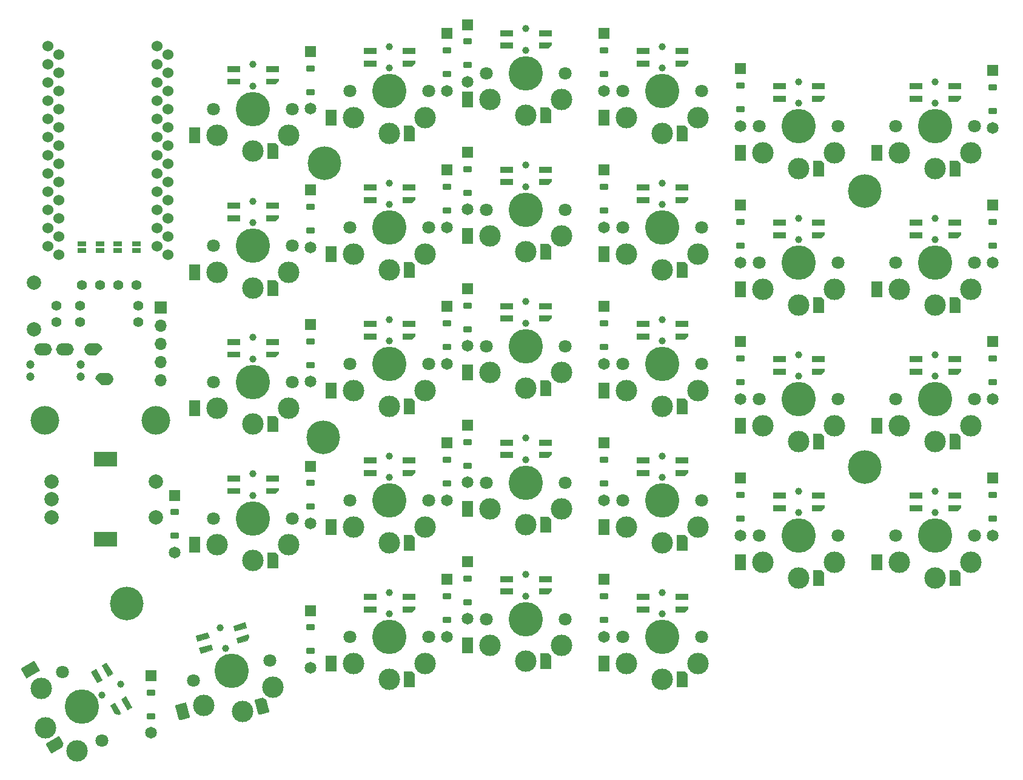
<source format=gbs>
G04 #@! TF.GenerationSoftware,KiCad,Pcbnew,(7.0.0-0)*
G04 #@! TF.CreationDate,2023-03-20T18:34:57-07:00*
G04 #@! TF.ProjectId,SofleKeyboard,536f666c-654b-4657-9962-6f6172642e6b,rev?*
G04 #@! TF.SameCoordinates,Original*
G04 #@! TF.FileFunction,Soldermask,Bot*
G04 #@! TF.FilePolarity,Negative*
%FSLAX46Y46*%
G04 Gerber Fmt 4.6, Leading zero omitted, Abs format (unit mm)*
G04 Created by KiCad (PCBNEW (7.0.0-0)) date 2023-03-20 18:34:57*
%MOMM*%
%LPD*%
G01*
G04 APERTURE LIST*
G04 Aperture macros list*
%AMRoundRect*
0 Rectangle with rounded corners*
0 $1 Rounding radius*
0 $2 $3 $4 $5 $6 $7 $8 $9 X,Y pos of 4 corners*
0 Add a 4 corners polygon primitive as box body*
4,1,4,$2,$3,$4,$5,$6,$7,$8,$9,$2,$3,0*
0 Add four circle primitives for the rounded corners*
1,1,$1+$1,$2,$3*
1,1,$1+$1,$4,$5*
1,1,$1+$1,$6,$7*
1,1,$1+$1,$8,$9*
0 Add four rect primitives between the rounded corners*
20,1,$1+$1,$2,$3,$4,$5,0*
20,1,$1+$1,$4,$5,$6,$7,0*
20,1,$1+$1,$6,$7,$8,$9,0*
20,1,$1+$1,$8,$9,$2,$3,0*%
%AMFreePoly0*
4,1,28,-0.850000,0.400000,-0.842219,0.514750,-0.797860,0.693119,-0.716195,0.857783,-0.601041,1.001041,-0.457783,1.116195,-0.293119,1.197860,-0.114750,1.242219,0.000000,1.250000,0.114750,1.242219,0.293119,1.197860,0.457783,1.116195,0.601041,1.001041,0.716195,0.857783,0.797860,0.693119,0.842219,0.514750,0.850000,0.400000,0.850000,-0.400000,0.842219,-0.514750,0.797860,-0.693119,
0.716195,-0.857783,0.601041,-1.001041,0.457783,-1.116195,0.293119,-1.197860,0.114750,-1.242219,0.000000,-1.250000,-0.850000,-0.400000,-0.850000,0.400000,-0.850000,0.400000,$1*%
%AMFreePoly1*
4,1,28,-0.850000,0.400000,0.000000,1.250000,0.114750,1.242219,0.293119,1.197860,0.457783,1.116195,0.601041,1.001041,0.716195,0.857783,0.797860,0.693119,0.842219,0.514750,0.850000,0.400000,0.850000,-0.400000,0.842219,-0.514750,0.797860,-0.693119,0.716195,-0.857783,0.601041,-1.001041,0.457783,-1.116195,0.293119,-1.197860,0.114750,-1.242219,0.000000,-1.250000,-0.114750,-1.242219,
-0.293119,-1.197860,-0.457783,-1.116195,-0.601041,-1.001041,-0.716195,-0.857783,-0.797860,-0.693119,-0.842219,-0.514750,-0.850000,-0.400000,-0.850000,0.400000,-0.850000,0.400000,$1*%
%AMFreePoly2*
4,1,18,-0.800000,0.908000,-0.785385,0.981475,-0.743765,1.043765,-0.681475,1.085385,-0.608000,1.100000,0.608000,1.100000,0.681475,1.085385,0.743765,1.043765,0.785385,0.981475,0.800000,0.908000,0.800000,-0.908000,0.785385,-0.981475,0.743765,-1.043765,0.681475,-1.085385,0.608000,-1.100000,-0.400000,-1.100000,-0.800000,-0.700000,-0.800000,0.908000,-0.800000,0.908000,$1*%
%AMFreePoly3*
4,1,13,-0.800000,1.100000,0.608000,1.100000,0.681475,1.085385,0.743765,1.043765,0.785385,0.981475,0.800000,0.908000,0.800000,-0.908000,0.785385,-0.981475,0.743765,-1.043765,0.681475,-1.085385,0.608000,-1.100000,-0.800000,-1.100000,-0.800000,1.100000,-0.800000,1.100000,$1*%
G04 Aperture macros list end*
%ADD10C,0.100000*%
%ADD11C,1.397000*%
%ADD12C,1.200000*%
%ADD13FreePoly0,90.000000*%
%ADD14O,2.500000X1.700000*%
%ADD15FreePoly1,90.000000*%
%ADD16C,4.700000*%
%ADD17C,1.524000*%
%ADD18C,2.000000*%
%ADD19R,1.650000X1.650000*%
%ADD20RoundRect,0.225000X-0.375000X0.225000X-0.375000X-0.225000X0.375000X-0.225000X0.375000X0.225000X0*%
%ADD21C,1.650000*%
%ADD22C,1.800000*%
%ADD23C,3.000000*%
%ADD24C,4.800000*%
%ADD25C,1.000000*%
%ADD26FreePoly2,180.000000*%
%ADD27FreePoly3,180.000000*%
%ADD28FreePoly2,120.000000*%
%ADD29FreePoly3,120.000000*%
%ADD30C,4.000000*%
%ADD31R,3.200000X2.000000*%
%ADD32FreePoly2,195.000000*%
%ADD33FreePoly3,195.000000*%
%ADD34R,1.700000X1.700000*%
%ADD35O,1.700000X1.700000*%
%ADD36R,1.143000X0.635000*%
G04 APERTURE END LIST*
G36*
X124100000Y-44760000D02*
G01*
X122400000Y-44760000D01*
X122400000Y-44010000D01*
X124100000Y-44010000D01*
X124100000Y-44760000D01*
G37*
D10*
X124100000Y-44760000D02*
X122400000Y-44760000D01*
X122400000Y-44010000D01*
X124100000Y-44010000D01*
X124100000Y-44760000D01*
G36*
X118700000Y-46510000D02*
G01*
X117000000Y-46510000D01*
X117000000Y-45760000D01*
X118700000Y-45760000D01*
X118700000Y-46510000D01*
G37*
X118700000Y-46510000D02*
X117000000Y-46510000D01*
X117000000Y-45760000D01*
X118700000Y-45760000D01*
X118700000Y-46510000D01*
G36*
X118700000Y-44760000D02*
G01*
X117000000Y-44760000D01*
X117000000Y-44010000D01*
X118700000Y-44010000D01*
X118700000Y-44760000D01*
G37*
X118700000Y-44760000D02*
X117000000Y-44760000D01*
X117000000Y-44010000D01*
X118700000Y-44010000D01*
X118700000Y-44760000D01*
G36*
X124100000Y-46077500D02*
G01*
X123692941Y-46510000D01*
X122400000Y-46510000D01*
X122400000Y-45760000D01*
X124100000Y-45760000D01*
X124100000Y-46077500D01*
G37*
X124100000Y-46077500D02*
X123692941Y-46510000D01*
X122400000Y-46510000D01*
X122400000Y-45760000D01*
X124100000Y-45760000D01*
X124100000Y-46077500D01*
G36*
X162200000Y-39760000D02*
G01*
X160500000Y-39760000D01*
X160500000Y-39010000D01*
X162200000Y-39010000D01*
X162200000Y-39760000D01*
G37*
X162200000Y-39760000D02*
X160500000Y-39760000D01*
X160500000Y-39010000D01*
X162200000Y-39010000D01*
X162200000Y-39760000D01*
G36*
X156800000Y-41510000D02*
G01*
X155100000Y-41510000D01*
X155100000Y-40760000D01*
X156800000Y-40760000D01*
X156800000Y-41510000D01*
G37*
X156800000Y-41510000D02*
X155100000Y-41510000D01*
X155100000Y-40760000D01*
X156800000Y-40760000D01*
X156800000Y-41510000D01*
G36*
X156800000Y-39760000D02*
G01*
X155100000Y-39760000D01*
X155100000Y-39010000D01*
X156800000Y-39010000D01*
X156800000Y-39760000D01*
G37*
X156800000Y-39760000D02*
X155100000Y-39760000D01*
X155100000Y-39010000D01*
X156800000Y-39010000D01*
X156800000Y-39760000D01*
G36*
X162200000Y-41077500D02*
G01*
X161792941Y-41510000D01*
X160500000Y-41510000D01*
X160500000Y-40760000D01*
X162200000Y-40760000D01*
X162200000Y-41077500D01*
G37*
X162200000Y-41077500D02*
X161792941Y-41510000D01*
X160500000Y-41510000D01*
X160500000Y-40760000D01*
X162200000Y-40760000D01*
X162200000Y-41077500D01*
G36*
X124100000Y-82860000D02*
G01*
X122400000Y-82860000D01*
X122400000Y-82110000D01*
X124100000Y-82110000D01*
X124100000Y-82860000D01*
G37*
X124100000Y-82860000D02*
X122400000Y-82860000D01*
X122400000Y-82110000D01*
X124100000Y-82110000D01*
X124100000Y-82860000D01*
G36*
X118700000Y-84610000D02*
G01*
X117000000Y-84610000D01*
X117000000Y-83860000D01*
X118700000Y-83860000D01*
X118700000Y-84610000D01*
G37*
X118700000Y-84610000D02*
X117000000Y-84610000D01*
X117000000Y-83860000D01*
X118700000Y-83860000D01*
X118700000Y-84610000D01*
G36*
X118700000Y-82860000D02*
G01*
X117000000Y-82860000D01*
X117000000Y-82110000D01*
X118700000Y-82110000D01*
X118700000Y-82860000D01*
G37*
X118700000Y-82860000D02*
X117000000Y-82860000D01*
X117000000Y-82110000D01*
X118700000Y-82110000D01*
X118700000Y-82860000D01*
G36*
X124100000Y-84177500D02*
G01*
X123692941Y-84610000D01*
X122400000Y-84610000D01*
X122400000Y-83860000D01*
X124100000Y-83860000D01*
X124100000Y-84177500D01*
G37*
X124100000Y-84177500D02*
X123692941Y-84610000D01*
X122400000Y-84610000D01*
X122400000Y-83860000D01*
X124100000Y-83860000D01*
X124100000Y-84177500D01*
G36*
X143150000Y-80360000D02*
G01*
X141450000Y-80360000D01*
X141450000Y-79610000D01*
X143150000Y-79610000D01*
X143150000Y-80360000D01*
G37*
X143150000Y-80360000D02*
X141450000Y-80360000D01*
X141450000Y-79610000D01*
X143150000Y-79610000D01*
X143150000Y-80360000D01*
G36*
X137750000Y-82110000D02*
G01*
X136050000Y-82110000D01*
X136050000Y-81360000D01*
X137750000Y-81360000D01*
X137750000Y-82110000D01*
G37*
X137750000Y-82110000D02*
X136050000Y-82110000D01*
X136050000Y-81360000D01*
X137750000Y-81360000D01*
X137750000Y-82110000D01*
G36*
X137750000Y-80360000D02*
G01*
X136050000Y-80360000D01*
X136050000Y-79610000D01*
X137750000Y-79610000D01*
X137750000Y-80360000D01*
G37*
X137750000Y-80360000D02*
X136050000Y-80360000D01*
X136050000Y-79610000D01*
X137750000Y-79610000D01*
X137750000Y-80360000D01*
G36*
X143150000Y-81677500D02*
G01*
X142742941Y-82110000D01*
X141450000Y-82110000D01*
X141450000Y-81360000D01*
X143150000Y-81360000D01*
X143150000Y-81677500D01*
G37*
X143150000Y-81677500D02*
X142742941Y-82110000D01*
X141450000Y-82110000D01*
X141450000Y-81360000D01*
X143150000Y-81360000D01*
X143150000Y-81677500D01*
G36*
X162200000Y-96910000D02*
G01*
X160500000Y-96910000D01*
X160500000Y-96160000D01*
X162200000Y-96160000D01*
X162200000Y-96910000D01*
G37*
X162200000Y-96910000D02*
X160500000Y-96910000D01*
X160500000Y-96160000D01*
X162200000Y-96160000D01*
X162200000Y-96910000D01*
G36*
X156800000Y-98660000D02*
G01*
X155100000Y-98660000D01*
X155100000Y-97910000D01*
X156800000Y-97910000D01*
X156800000Y-98660000D01*
G37*
X156800000Y-98660000D02*
X155100000Y-98660000D01*
X155100000Y-97910000D01*
X156800000Y-97910000D01*
X156800000Y-98660000D01*
G36*
X156800000Y-96910000D02*
G01*
X155100000Y-96910000D01*
X155100000Y-96160000D01*
X156800000Y-96160000D01*
X156800000Y-96910000D01*
G37*
X156800000Y-96910000D02*
X155100000Y-96910000D01*
X155100000Y-96160000D01*
X156800000Y-96160000D01*
X156800000Y-96910000D01*
G36*
X162200000Y-98227500D02*
G01*
X161792941Y-98660000D01*
X160500000Y-98660000D01*
X160500000Y-97910000D01*
X162200000Y-97910000D01*
X162200000Y-98227500D01*
G37*
X162200000Y-98227500D02*
X161792941Y-98660000D01*
X160500000Y-98660000D01*
X160500000Y-97910000D01*
X162200000Y-97910000D01*
X162200000Y-98227500D01*
G36*
X200300000Y-104310000D02*
G01*
X198600000Y-104310000D01*
X198600000Y-103560000D01*
X200300000Y-103560000D01*
X200300000Y-104310000D01*
G37*
X200300000Y-104310000D02*
X198600000Y-104310000D01*
X198600000Y-103560000D01*
X200300000Y-103560000D01*
X200300000Y-104310000D01*
G36*
X194900000Y-106060000D02*
G01*
X193200000Y-106060000D01*
X193200000Y-105310000D01*
X194900000Y-105310000D01*
X194900000Y-106060000D01*
G37*
X194900000Y-106060000D02*
X193200000Y-106060000D01*
X193200000Y-105310000D01*
X194900000Y-105310000D01*
X194900000Y-106060000D01*
G36*
X194900000Y-104310000D02*
G01*
X193200000Y-104310000D01*
X193200000Y-103560000D01*
X194900000Y-103560000D01*
X194900000Y-104310000D01*
G37*
X194900000Y-104310000D02*
X193200000Y-104310000D01*
X193200000Y-103560000D01*
X194900000Y-103560000D01*
X194900000Y-104310000D01*
G36*
X200300000Y-105627500D02*
G01*
X199892941Y-106060000D01*
X198600000Y-106060000D01*
X198600000Y-105310000D01*
X200300000Y-105310000D01*
X200300000Y-105627500D01*
G37*
X200300000Y-105627500D02*
X199892941Y-106060000D01*
X198600000Y-106060000D01*
X198600000Y-105310000D01*
X200300000Y-105310000D01*
X200300000Y-105627500D01*
G36*
X103672492Y-133479390D02*
G01*
X103022973Y-133854390D01*
X102172973Y-132382147D01*
X102822492Y-132007147D01*
X103672492Y-133479390D01*
G37*
X103672492Y-133479390D02*
X103022973Y-133854390D01*
X102172973Y-132382147D01*
X102822492Y-132007147D01*
X103672492Y-133479390D01*
G36*
X99456948Y-129677853D02*
G01*
X98807429Y-130052853D01*
X97957429Y-128580610D01*
X98606948Y-128205610D01*
X99456948Y-129677853D01*
G37*
X99456948Y-129677853D02*
X98807429Y-130052853D01*
X97957429Y-128580610D01*
X98606948Y-128205610D01*
X99456948Y-129677853D01*
G36*
X100972492Y-128802853D02*
G01*
X100322973Y-129177853D01*
X99472973Y-127705610D01*
X100122492Y-127330610D01*
X100972492Y-128802853D01*
G37*
X100972492Y-128802853D02*
X100322973Y-129177853D01*
X99472973Y-127705610D01*
X100122492Y-127330610D01*
X100972492Y-128802853D01*
G36*
X102156948Y-134354390D02*
G01*
X101881985Y-134513140D01*
X101303899Y-134376867D01*
X100657429Y-133257147D01*
X101306948Y-132882147D01*
X102156948Y-134354390D01*
G37*
X102156948Y-134354390D02*
X101881985Y-134513140D01*
X101303899Y-134376867D01*
X100657429Y-133257147D01*
X101306948Y-132882147D01*
X102156948Y-134354390D01*
G36*
X119672825Y-122419741D02*
G01*
X118030751Y-122859733D01*
X117836637Y-122135289D01*
X119478711Y-121695297D01*
X119672825Y-122419741D01*
G37*
X119672825Y-122419741D02*
X118030751Y-122859733D01*
X117836637Y-122135289D01*
X119478711Y-121695297D01*
X119672825Y-122419741D01*
G36*
X114909759Y-125507734D02*
G01*
X113267685Y-125947726D01*
X113073571Y-125223282D01*
X114715644Y-124783290D01*
X114909759Y-125507734D01*
G37*
X114909759Y-125507734D02*
X113267685Y-125947726D01*
X113073571Y-125223282D01*
X114715644Y-124783290D01*
X114909759Y-125507734D01*
G36*
X114456825Y-123817364D02*
G01*
X112814752Y-124257356D01*
X112620637Y-123532912D01*
X114262711Y-123092920D01*
X114456825Y-123817364D01*
G37*
X114456825Y-123817364D02*
X112814752Y-124257356D01*
X112620637Y-123532912D01*
X114262711Y-123092920D01*
X114456825Y-123817364D01*
G36*
X120013819Y-123692348D02*
G01*
X119732569Y-124215466D01*
X118483684Y-124550104D01*
X118289570Y-123825659D01*
X119931644Y-123385667D01*
X120013819Y-123692348D01*
G37*
X120013819Y-123692348D02*
X119732569Y-124215466D01*
X118483684Y-124550104D01*
X118289570Y-123825659D01*
X119931644Y-123385667D01*
X120013819Y-123692348D01*
G36*
X219350000Y-66210000D02*
G01*
X217650000Y-66210000D01*
X217650000Y-65460000D01*
X219350000Y-65460000D01*
X219350000Y-66210000D01*
G37*
X219350000Y-66210000D02*
X217650000Y-66210000D01*
X217650000Y-65460000D01*
X219350000Y-65460000D01*
X219350000Y-66210000D01*
G36*
X213950000Y-67960000D02*
G01*
X212250000Y-67960000D01*
X212250000Y-67210000D01*
X213950000Y-67210000D01*
X213950000Y-67960000D01*
G37*
X213950000Y-67960000D02*
X212250000Y-67960000D01*
X212250000Y-67210000D01*
X213950000Y-67210000D01*
X213950000Y-67960000D01*
G36*
X213950000Y-66210000D02*
G01*
X212250000Y-66210000D01*
X212250000Y-65460000D01*
X213950000Y-65460000D01*
X213950000Y-66210000D01*
G37*
X213950000Y-66210000D02*
X212250000Y-66210000D01*
X212250000Y-65460000D01*
X213950000Y-65460000D01*
X213950000Y-66210000D01*
G36*
X219350000Y-67527500D02*
G01*
X218942941Y-67960000D01*
X217650000Y-67960000D01*
X217650000Y-67210000D01*
X219350000Y-67210000D01*
X219350000Y-67527500D01*
G37*
X219350000Y-67527500D02*
X218942941Y-67960000D01*
X217650000Y-67960000D01*
X217650000Y-67210000D01*
X219350000Y-67210000D01*
X219350000Y-67527500D01*
G36*
X219350000Y-85260000D02*
G01*
X217650000Y-85260000D01*
X217650000Y-84510000D01*
X219350000Y-84510000D01*
X219350000Y-85260000D01*
G37*
X219350000Y-85260000D02*
X217650000Y-85260000D01*
X217650000Y-84510000D01*
X219350000Y-84510000D01*
X219350000Y-85260000D01*
G36*
X213950000Y-87010000D02*
G01*
X212250000Y-87010000D01*
X212250000Y-86260000D01*
X213950000Y-86260000D01*
X213950000Y-87010000D01*
G37*
X213950000Y-87010000D02*
X212250000Y-87010000D01*
X212250000Y-86260000D01*
X213950000Y-86260000D01*
X213950000Y-87010000D01*
G36*
X213950000Y-85260000D02*
G01*
X212250000Y-85260000D01*
X212250000Y-84510000D01*
X213950000Y-84510000D01*
X213950000Y-85260000D01*
G37*
X213950000Y-85260000D02*
X212250000Y-85260000D01*
X212250000Y-84510000D01*
X213950000Y-84510000D01*
X213950000Y-85260000D01*
G36*
X219350000Y-86577500D02*
G01*
X218942941Y-87010000D01*
X217650000Y-87010000D01*
X217650000Y-86260000D01*
X219350000Y-86260000D01*
X219350000Y-86577500D01*
G37*
X219350000Y-86577500D02*
X218942941Y-87010000D01*
X217650000Y-87010000D01*
X217650000Y-86260000D01*
X219350000Y-86260000D01*
X219350000Y-86577500D01*
G36*
X219350000Y-104310000D02*
G01*
X217650000Y-104310000D01*
X217650000Y-103560000D01*
X219350000Y-103560000D01*
X219350000Y-104310000D01*
G37*
X219350000Y-104310000D02*
X217650000Y-104310000D01*
X217650000Y-103560000D01*
X219350000Y-103560000D01*
X219350000Y-104310000D01*
G36*
X213950000Y-106060000D02*
G01*
X212250000Y-106060000D01*
X212250000Y-105310000D01*
X213950000Y-105310000D01*
X213950000Y-106060000D01*
G37*
X213950000Y-106060000D02*
X212250000Y-106060000D01*
X212250000Y-105310000D01*
X213950000Y-105310000D01*
X213950000Y-106060000D01*
G36*
X213950000Y-104310000D02*
G01*
X212250000Y-104310000D01*
X212250000Y-103560000D01*
X213950000Y-103560000D01*
X213950000Y-104310000D01*
G37*
X213950000Y-104310000D02*
X212250000Y-104310000D01*
X212250000Y-103560000D01*
X213950000Y-103560000D01*
X213950000Y-104310000D01*
G36*
X219350000Y-105627500D02*
G01*
X218942941Y-106060000D01*
X217650000Y-106060000D01*
X217650000Y-105310000D01*
X219350000Y-105310000D01*
X219350000Y-105627500D01*
G37*
X219350000Y-105627500D02*
X218942941Y-106060000D01*
X217650000Y-106060000D01*
X217650000Y-105310000D01*
X219350000Y-105310000D01*
X219350000Y-105627500D01*
G36*
X181250000Y-42260000D02*
G01*
X179550000Y-42260000D01*
X179550000Y-41510000D01*
X181250000Y-41510000D01*
X181250000Y-42260000D01*
G37*
X181250000Y-42260000D02*
X179550000Y-42260000D01*
X179550000Y-41510000D01*
X181250000Y-41510000D01*
X181250000Y-42260000D01*
G36*
X175850000Y-44010000D02*
G01*
X174150000Y-44010000D01*
X174150000Y-43260000D01*
X175850000Y-43260000D01*
X175850000Y-44010000D01*
G37*
X175850000Y-44010000D02*
X174150000Y-44010000D01*
X174150000Y-43260000D01*
X175850000Y-43260000D01*
X175850000Y-44010000D01*
G36*
X175850000Y-42260000D02*
G01*
X174150000Y-42260000D01*
X174150000Y-41510000D01*
X175850000Y-41510000D01*
X175850000Y-42260000D01*
G37*
X175850000Y-42260000D02*
X174150000Y-42260000D01*
X174150000Y-41510000D01*
X175850000Y-41510000D01*
X175850000Y-42260000D01*
G36*
X181250000Y-43577500D02*
G01*
X180842941Y-44010000D01*
X179550000Y-44010000D01*
X179550000Y-43260000D01*
X181250000Y-43260000D01*
X181250000Y-43577500D01*
G37*
X181250000Y-43577500D02*
X180842941Y-44010000D01*
X179550000Y-44010000D01*
X179550000Y-43260000D01*
X181250000Y-43260000D01*
X181250000Y-43577500D01*
G36*
X200300000Y-47160000D02*
G01*
X198600000Y-47160000D01*
X198600000Y-46410000D01*
X200300000Y-46410000D01*
X200300000Y-47160000D01*
G37*
X200300000Y-47160000D02*
X198600000Y-47160000D01*
X198600000Y-46410000D01*
X200300000Y-46410000D01*
X200300000Y-47160000D01*
G36*
X194900000Y-48910000D02*
G01*
X193200000Y-48910000D01*
X193200000Y-48160000D01*
X194900000Y-48160000D01*
X194900000Y-48910000D01*
G37*
X194900000Y-48910000D02*
X193200000Y-48910000D01*
X193200000Y-48160000D01*
X194900000Y-48160000D01*
X194900000Y-48910000D01*
G36*
X194900000Y-47160000D02*
G01*
X193200000Y-47160000D01*
X193200000Y-46410000D01*
X194900000Y-46410000D01*
X194900000Y-47160000D01*
G37*
X194900000Y-47160000D02*
X193200000Y-47160000D01*
X193200000Y-46410000D01*
X194900000Y-46410000D01*
X194900000Y-47160000D01*
G36*
X200300000Y-48477500D02*
G01*
X199892941Y-48910000D01*
X198600000Y-48910000D01*
X198600000Y-48160000D01*
X200300000Y-48160000D01*
X200300000Y-48477500D01*
G37*
X200300000Y-48477500D02*
X199892941Y-48910000D01*
X198600000Y-48910000D01*
X198600000Y-48160000D01*
X200300000Y-48160000D01*
X200300000Y-48477500D01*
G36*
X143150000Y-61310000D02*
G01*
X141450000Y-61310000D01*
X141450000Y-60560000D01*
X143150000Y-60560000D01*
X143150000Y-61310000D01*
G37*
X143150000Y-61310000D02*
X141450000Y-61310000D01*
X141450000Y-60560000D01*
X143150000Y-60560000D01*
X143150000Y-61310000D01*
G36*
X137750000Y-63060000D02*
G01*
X136050000Y-63060000D01*
X136050000Y-62310000D01*
X137750000Y-62310000D01*
X137750000Y-63060000D01*
G37*
X137750000Y-63060000D02*
X136050000Y-63060000D01*
X136050000Y-62310000D01*
X137750000Y-62310000D01*
X137750000Y-63060000D01*
G36*
X137750000Y-61310000D02*
G01*
X136050000Y-61310000D01*
X136050000Y-60560000D01*
X137750000Y-60560000D01*
X137750000Y-61310000D01*
G37*
X137750000Y-61310000D02*
X136050000Y-61310000D01*
X136050000Y-60560000D01*
X137750000Y-60560000D01*
X137750000Y-61310000D01*
G36*
X143150000Y-62627500D02*
G01*
X142742941Y-63060000D01*
X141450000Y-63060000D01*
X141450000Y-62310000D01*
X143150000Y-62310000D01*
X143150000Y-62627500D01*
G37*
X143150000Y-62627500D02*
X142742941Y-63060000D01*
X141450000Y-63060000D01*
X141450000Y-62310000D01*
X143150000Y-62310000D01*
X143150000Y-62627500D01*
G36*
X181250000Y-61310000D02*
G01*
X179550000Y-61310000D01*
X179550000Y-60560000D01*
X181250000Y-60560000D01*
X181250000Y-61310000D01*
G37*
X181250000Y-61310000D02*
X179550000Y-61310000D01*
X179550000Y-60560000D01*
X181250000Y-60560000D01*
X181250000Y-61310000D01*
G36*
X175850000Y-63060000D02*
G01*
X174150000Y-63060000D01*
X174150000Y-62310000D01*
X175850000Y-62310000D01*
X175850000Y-63060000D01*
G37*
X175850000Y-63060000D02*
X174150000Y-63060000D01*
X174150000Y-62310000D01*
X175850000Y-62310000D01*
X175850000Y-63060000D01*
G36*
X175850000Y-61310000D02*
G01*
X174150000Y-61310000D01*
X174150000Y-60560000D01*
X175850000Y-60560000D01*
X175850000Y-61310000D01*
G37*
X175850000Y-61310000D02*
X174150000Y-61310000D01*
X174150000Y-60560000D01*
X175850000Y-60560000D01*
X175850000Y-61310000D01*
G36*
X181250000Y-62627500D02*
G01*
X180842941Y-63060000D01*
X179550000Y-63060000D01*
X179550000Y-62310000D01*
X181250000Y-62310000D01*
X181250000Y-62627500D01*
G37*
X181250000Y-62627500D02*
X180842941Y-63060000D01*
X179550000Y-63060000D01*
X179550000Y-62310000D01*
X181250000Y-62310000D01*
X181250000Y-62627500D01*
G36*
X162200000Y-58810000D02*
G01*
X160500000Y-58810000D01*
X160500000Y-58060000D01*
X162200000Y-58060000D01*
X162200000Y-58810000D01*
G37*
X162200000Y-58810000D02*
X160500000Y-58810000D01*
X160500000Y-58060000D01*
X162200000Y-58060000D01*
X162200000Y-58810000D01*
G36*
X156800000Y-60560000D02*
G01*
X155100000Y-60560000D01*
X155100000Y-59810000D01*
X156800000Y-59810000D01*
X156800000Y-60560000D01*
G37*
X156800000Y-60560000D02*
X155100000Y-60560000D01*
X155100000Y-59810000D01*
X156800000Y-59810000D01*
X156800000Y-60560000D01*
G36*
X156800000Y-58810000D02*
G01*
X155100000Y-58810000D01*
X155100000Y-58060000D01*
X156800000Y-58060000D01*
X156800000Y-58810000D01*
G37*
X156800000Y-58810000D02*
X155100000Y-58810000D01*
X155100000Y-58060000D01*
X156800000Y-58060000D01*
X156800000Y-58810000D01*
G36*
X162200000Y-60127500D02*
G01*
X161792941Y-60560000D01*
X160500000Y-60560000D01*
X160500000Y-59810000D01*
X162200000Y-59810000D01*
X162200000Y-60127500D01*
G37*
X162200000Y-60127500D02*
X161792941Y-60560000D01*
X160500000Y-60560000D01*
X160500000Y-59810000D01*
X162200000Y-59810000D01*
X162200000Y-60127500D01*
G36*
X181250000Y-80360000D02*
G01*
X179550000Y-80360000D01*
X179550000Y-79610000D01*
X181250000Y-79610000D01*
X181250000Y-80360000D01*
G37*
X181250000Y-80360000D02*
X179550000Y-80360000D01*
X179550000Y-79610000D01*
X181250000Y-79610000D01*
X181250000Y-80360000D01*
G36*
X175850000Y-82110000D02*
G01*
X174150000Y-82110000D01*
X174150000Y-81360000D01*
X175850000Y-81360000D01*
X175850000Y-82110000D01*
G37*
X175850000Y-82110000D02*
X174150000Y-82110000D01*
X174150000Y-81360000D01*
X175850000Y-81360000D01*
X175850000Y-82110000D01*
G36*
X175850000Y-80360000D02*
G01*
X174150000Y-80360000D01*
X174150000Y-79610000D01*
X175850000Y-79610000D01*
X175850000Y-80360000D01*
G37*
X175850000Y-80360000D02*
X174150000Y-80360000D01*
X174150000Y-79610000D01*
X175850000Y-79610000D01*
X175850000Y-80360000D01*
G36*
X181250000Y-81677500D02*
G01*
X180842941Y-82110000D01*
X179550000Y-82110000D01*
X179550000Y-81360000D01*
X181250000Y-81360000D01*
X181250000Y-81677500D01*
G37*
X181250000Y-81677500D02*
X180842941Y-82110000D01*
X179550000Y-82110000D01*
X179550000Y-81360000D01*
X181250000Y-81360000D01*
X181250000Y-81677500D01*
G36*
X219350000Y-47160000D02*
G01*
X217650000Y-47160000D01*
X217650000Y-46410000D01*
X219350000Y-46410000D01*
X219350000Y-47160000D01*
G37*
X219350000Y-47160000D02*
X217650000Y-47160000D01*
X217650000Y-46410000D01*
X219350000Y-46410000D01*
X219350000Y-47160000D01*
G36*
X213950000Y-48910000D02*
G01*
X212250000Y-48910000D01*
X212250000Y-48160000D01*
X213950000Y-48160000D01*
X213950000Y-48910000D01*
G37*
X213950000Y-48910000D02*
X212250000Y-48910000D01*
X212250000Y-48160000D01*
X213950000Y-48160000D01*
X213950000Y-48910000D01*
G36*
X213950000Y-47160000D02*
G01*
X212250000Y-47160000D01*
X212250000Y-46410000D01*
X213950000Y-46410000D01*
X213950000Y-47160000D01*
G37*
X213950000Y-47160000D02*
X212250000Y-47160000D01*
X212250000Y-46410000D01*
X213950000Y-46410000D01*
X213950000Y-47160000D01*
G36*
X219350000Y-48477500D02*
G01*
X218942941Y-48910000D01*
X217650000Y-48910000D01*
X217650000Y-48160000D01*
X219350000Y-48160000D01*
X219350000Y-48477500D01*
G37*
X219350000Y-48477500D02*
X218942941Y-48910000D01*
X217650000Y-48910000D01*
X217650000Y-48160000D01*
X219350000Y-48160000D01*
X219350000Y-48477500D01*
G36*
X124100000Y-63860000D02*
G01*
X122400000Y-63860000D01*
X122400000Y-63110000D01*
X124100000Y-63110000D01*
X124100000Y-63860000D01*
G37*
X124100000Y-63860000D02*
X122400000Y-63860000D01*
X122400000Y-63110000D01*
X124100000Y-63110000D01*
X124100000Y-63860000D01*
G36*
X118700000Y-65610000D02*
G01*
X117000000Y-65610000D01*
X117000000Y-64860000D01*
X118700000Y-64860000D01*
X118700000Y-65610000D01*
G37*
X118700000Y-65610000D02*
X117000000Y-65610000D01*
X117000000Y-64860000D01*
X118700000Y-64860000D01*
X118700000Y-65610000D01*
G36*
X118700000Y-63860000D02*
G01*
X117000000Y-63860000D01*
X117000000Y-63110000D01*
X118700000Y-63110000D01*
X118700000Y-63860000D01*
G37*
X118700000Y-63860000D02*
X117000000Y-63860000D01*
X117000000Y-63110000D01*
X118700000Y-63110000D01*
X118700000Y-63860000D01*
G36*
X124100000Y-65177500D02*
G01*
X123692941Y-65610000D01*
X122400000Y-65610000D01*
X122400000Y-64860000D01*
X124100000Y-64860000D01*
X124100000Y-65177500D01*
G37*
X124100000Y-65177500D02*
X123692941Y-65610000D01*
X122400000Y-65610000D01*
X122400000Y-64860000D01*
X124100000Y-64860000D01*
X124100000Y-65177500D01*
G36*
X181250000Y-118460000D02*
G01*
X179550000Y-118460000D01*
X179550000Y-117710000D01*
X181250000Y-117710000D01*
X181250000Y-118460000D01*
G37*
X181250000Y-118460000D02*
X179550000Y-118460000D01*
X179550000Y-117710000D01*
X181250000Y-117710000D01*
X181250000Y-118460000D01*
G36*
X175850000Y-120210000D02*
G01*
X174150000Y-120210000D01*
X174150000Y-119460000D01*
X175850000Y-119460000D01*
X175850000Y-120210000D01*
G37*
X175850000Y-120210000D02*
X174150000Y-120210000D01*
X174150000Y-119460000D01*
X175850000Y-119460000D01*
X175850000Y-120210000D01*
G36*
X175850000Y-118460000D02*
G01*
X174150000Y-118460000D01*
X174150000Y-117710000D01*
X175850000Y-117710000D01*
X175850000Y-118460000D01*
G37*
X175850000Y-118460000D02*
X174150000Y-118460000D01*
X174150000Y-117710000D01*
X175850000Y-117710000D01*
X175850000Y-118460000D01*
G36*
X181250000Y-119777500D02*
G01*
X180842941Y-120210000D01*
X179550000Y-120210000D01*
X179550000Y-119460000D01*
X181250000Y-119460000D01*
X181250000Y-119777500D01*
G37*
X181250000Y-119777500D02*
X180842941Y-120210000D01*
X179550000Y-120210000D01*
X179550000Y-119460000D01*
X181250000Y-119460000D01*
X181250000Y-119777500D01*
G36*
X200300000Y-66210000D02*
G01*
X198600000Y-66210000D01*
X198600000Y-65460000D01*
X200300000Y-65460000D01*
X200300000Y-66210000D01*
G37*
X200300000Y-66210000D02*
X198600000Y-66210000D01*
X198600000Y-65460000D01*
X200300000Y-65460000D01*
X200300000Y-66210000D01*
G36*
X194900000Y-67960000D02*
G01*
X193200000Y-67960000D01*
X193200000Y-67210000D01*
X194900000Y-67210000D01*
X194900000Y-67960000D01*
G37*
X194900000Y-67960000D02*
X193200000Y-67960000D01*
X193200000Y-67210000D01*
X194900000Y-67210000D01*
X194900000Y-67960000D01*
G36*
X194900000Y-66210000D02*
G01*
X193200000Y-66210000D01*
X193200000Y-65460000D01*
X194900000Y-65460000D01*
X194900000Y-66210000D01*
G37*
X194900000Y-66210000D02*
X193200000Y-66210000D01*
X193200000Y-65460000D01*
X194900000Y-65460000D01*
X194900000Y-66210000D01*
G36*
X200300000Y-67527500D02*
G01*
X199892941Y-67960000D01*
X198600000Y-67960000D01*
X198600000Y-67210000D01*
X200300000Y-67210000D01*
X200300000Y-67527500D01*
G37*
X200300000Y-67527500D02*
X199892941Y-67960000D01*
X198600000Y-67960000D01*
X198600000Y-67210000D01*
X200300000Y-67210000D01*
X200300000Y-67527500D01*
G36*
X181250000Y-99410000D02*
G01*
X179550000Y-99410000D01*
X179550000Y-98660000D01*
X181250000Y-98660000D01*
X181250000Y-99410000D01*
G37*
X181250000Y-99410000D02*
X179550000Y-99410000D01*
X179550000Y-98660000D01*
X181250000Y-98660000D01*
X181250000Y-99410000D01*
G36*
X175850000Y-101160000D02*
G01*
X174150000Y-101160000D01*
X174150000Y-100410000D01*
X175850000Y-100410000D01*
X175850000Y-101160000D01*
G37*
X175850000Y-101160000D02*
X174150000Y-101160000D01*
X174150000Y-100410000D01*
X175850000Y-100410000D01*
X175850000Y-101160000D01*
G36*
X175850000Y-99410000D02*
G01*
X174150000Y-99410000D01*
X174150000Y-98660000D01*
X175850000Y-98660000D01*
X175850000Y-99410000D01*
G37*
X175850000Y-99410000D02*
X174150000Y-99410000D01*
X174150000Y-98660000D01*
X175850000Y-98660000D01*
X175850000Y-99410000D01*
G36*
X181250000Y-100727500D02*
G01*
X180842941Y-101160000D01*
X179550000Y-101160000D01*
X179550000Y-100410000D01*
X181250000Y-100410000D01*
X181250000Y-100727500D01*
G37*
X181250000Y-100727500D02*
X180842941Y-101160000D01*
X179550000Y-101160000D01*
X179550000Y-100410000D01*
X181250000Y-100410000D01*
X181250000Y-100727500D01*
G36*
X200300000Y-85260000D02*
G01*
X198600000Y-85260000D01*
X198600000Y-84510000D01*
X200300000Y-84510000D01*
X200300000Y-85260000D01*
G37*
X200300000Y-85260000D02*
X198600000Y-85260000D01*
X198600000Y-84510000D01*
X200300000Y-84510000D01*
X200300000Y-85260000D01*
G36*
X194900000Y-87010000D02*
G01*
X193200000Y-87010000D01*
X193200000Y-86260000D01*
X194900000Y-86260000D01*
X194900000Y-87010000D01*
G37*
X194900000Y-87010000D02*
X193200000Y-87010000D01*
X193200000Y-86260000D01*
X194900000Y-86260000D01*
X194900000Y-87010000D01*
G36*
X194900000Y-85260000D02*
G01*
X193200000Y-85260000D01*
X193200000Y-84510000D01*
X194900000Y-84510000D01*
X194900000Y-85260000D01*
G37*
X194900000Y-85260000D02*
X193200000Y-85260000D01*
X193200000Y-84510000D01*
X194900000Y-84510000D01*
X194900000Y-85260000D01*
G36*
X200300000Y-86577500D02*
G01*
X199892941Y-87010000D01*
X198600000Y-87010000D01*
X198600000Y-86260000D01*
X200300000Y-86260000D01*
X200300000Y-86577500D01*
G37*
X200300000Y-86577500D02*
X199892941Y-87010000D01*
X198600000Y-87010000D01*
X198600000Y-86260000D01*
X200300000Y-86260000D01*
X200300000Y-86577500D01*
G36*
X162200000Y-115960000D02*
G01*
X160500000Y-115960000D01*
X160500000Y-115210000D01*
X162200000Y-115210000D01*
X162200000Y-115960000D01*
G37*
X162200000Y-115960000D02*
X160500000Y-115960000D01*
X160500000Y-115210000D01*
X162200000Y-115210000D01*
X162200000Y-115960000D01*
G36*
X156800000Y-117710000D02*
G01*
X155100000Y-117710000D01*
X155100000Y-116960000D01*
X156800000Y-116960000D01*
X156800000Y-117710000D01*
G37*
X156800000Y-117710000D02*
X155100000Y-117710000D01*
X155100000Y-116960000D01*
X156800000Y-116960000D01*
X156800000Y-117710000D01*
G36*
X156800000Y-115960000D02*
G01*
X155100000Y-115960000D01*
X155100000Y-115210000D01*
X156800000Y-115210000D01*
X156800000Y-115960000D01*
G37*
X156800000Y-115960000D02*
X155100000Y-115960000D01*
X155100000Y-115210000D01*
X156800000Y-115210000D01*
X156800000Y-115960000D01*
G36*
X162200000Y-117277500D02*
G01*
X161792941Y-117710000D01*
X160500000Y-117710000D01*
X160500000Y-116960000D01*
X162200000Y-116960000D01*
X162200000Y-117277500D01*
G37*
X162200000Y-117277500D02*
X161792941Y-117710000D01*
X160500000Y-117710000D01*
X160500000Y-116960000D01*
X162200000Y-116960000D01*
X162200000Y-117277500D01*
G36*
X162200000Y-77860000D02*
G01*
X160500000Y-77860000D01*
X160500000Y-77110000D01*
X162200000Y-77110000D01*
X162200000Y-77860000D01*
G37*
X162200000Y-77860000D02*
X160500000Y-77860000D01*
X160500000Y-77110000D01*
X162200000Y-77110000D01*
X162200000Y-77860000D01*
G36*
X156800000Y-79610000D02*
G01*
X155100000Y-79610000D01*
X155100000Y-78860000D01*
X156800000Y-78860000D01*
X156800000Y-79610000D01*
G37*
X156800000Y-79610000D02*
X155100000Y-79610000D01*
X155100000Y-78860000D01*
X156800000Y-78860000D01*
X156800000Y-79610000D01*
G36*
X156800000Y-77860000D02*
G01*
X155100000Y-77860000D01*
X155100000Y-77110000D01*
X156800000Y-77110000D01*
X156800000Y-77860000D01*
G37*
X156800000Y-77860000D02*
X155100000Y-77860000D01*
X155100000Y-77110000D01*
X156800000Y-77110000D01*
X156800000Y-77860000D01*
G36*
X162200000Y-79177500D02*
G01*
X161792941Y-79610000D01*
X160500000Y-79610000D01*
X160500000Y-78860000D01*
X162200000Y-78860000D01*
X162200000Y-79177500D01*
G37*
X162200000Y-79177500D02*
X161792941Y-79610000D01*
X160500000Y-79610000D01*
X160500000Y-78860000D01*
X162200000Y-78860000D01*
X162200000Y-79177500D01*
G36*
X143150000Y-42260000D02*
G01*
X141450000Y-42260000D01*
X141450000Y-41510000D01*
X143150000Y-41510000D01*
X143150000Y-42260000D01*
G37*
X143150000Y-42260000D02*
X141450000Y-42260000D01*
X141450000Y-41510000D01*
X143150000Y-41510000D01*
X143150000Y-42260000D01*
G36*
X137750000Y-44010000D02*
G01*
X136050000Y-44010000D01*
X136050000Y-43260000D01*
X137750000Y-43260000D01*
X137750000Y-44010000D01*
G37*
X137750000Y-44010000D02*
X136050000Y-44010000D01*
X136050000Y-43260000D01*
X137750000Y-43260000D01*
X137750000Y-44010000D01*
G36*
X137750000Y-42260000D02*
G01*
X136050000Y-42260000D01*
X136050000Y-41510000D01*
X137750000Y-41510000D01*
X137750000Y-42260000D01*
G37*
X137750000Y-42260000D02*
X136050000Y-42260000D01*
X136050000Y-41510000D01*
X137750000Y-41510000D01*
X137750000Y-42260000D01*
G36*
X143150000Y-43577500D02*
G01*
X142742941Y-44010000D01*
X141450000Y-44010000D01*
X141450000Y-43260000D01*
X143150000Y-43260000D01*
X143150000Y-43577500D01*
G37*
X143150000Y-43577500D02*
X142742941Y-44010000D01*
X141450000Y-44010000D01*
X141450000Y-43260000D01*
X143150000Y-43260000D01*
X143150000Y-43577500D01*
G36*
X143150000Y-99410000D02*
G01*
X141450000Y-99410000D01*
X141450000Y-98660000D01*
X143150000Y-98660000D01*
X143150000Y-99410000D01*
G37*
X143150000Y-99410000D02*
X141450000Y-99410000D01*
X141450000Y-98660000D01*
X143150000Y-98660000D01*
X143150000Y-99410000D01*
G36*
X137750000Y-101160000D02*
G01*
X136050000Y-101160000D01*
X136050000Y-100410000D01*
X137750000Y-100410000D01*
X137750000Y-101160000D01*
G37*
X137750000Y-101160000D02*
X136050000Y-101160000D01*
X136050000Y-100410000D01*
X137750000Y-100410000D01*
X137750000Y-101160000D01*
G36*
X137750000Y-99410000D02*
G01*
X136050000Y-99410000D01*
X136050000Y-98660000D01*
X137750000Y-98660000D01*
X137750000Y-99410000D01*
G37*
X137750000Y-99410000D02*
X136050000Y-99410000D01*
X136050000Y-98660000D01*
X137750000Y-98660000D01*
X137750000Y-99410000D01*
G36*
X143150000Y-100727500D02*
G01*
X142742941Y-101160000D01*
X141450000Y-101160000D01*
X141450000Y-100410000D01*
X143150000Y-100410000D01*
X143150000Y-100727500D01*
G37*
X143150000Y-100727500D02*
X142742941Y-101160000D01*
X141450000Y-101160000D01*
X141450000Y-100410000D01*
X143150000Y-100410000D01*
X143150000Y-100727500D01*
G36*
X143150000Y-118460000D02*
G01*
X141450000Y-118460000D01*
X141450000Y-117710000D01*
X143150000Y-117710000D01*
X143150000Y-118460000D01*
G37*
X143150000Y-118460000D02*
X141450000Y-118460000D01*
X141450000Y-117710000D01*
X143150000Y-117710000D01*
X143150000Y-118460000D01*
G36*
X137750000Y-120210000D02*
G01*
X136050000Y-120210000D01*
X136050000Y-119460000D01*
X137750000Y-119460000D01*
X137750000Y-120210000D01*
G37*
X137750000Y-120210000D02*
X136050000Y-120210000D01*
X136050000Y-119460000D01*
X137750000Y-119460000D01*
X137750000Y-120210000D01*
G36*
X137750000Y-118460000D02*
G01*
X136050000Y-118460000D01*
X136050000Y-117710000D01*
X137750000Y-117710000D01*
X137750000Y-118460000D01*
G37*
X137750000Y-118460000D02*
X136050000Y-118460000D01*
X136050000Y-117710000D01*
X137750000Y-117710000D01*
X137750000Y-118460000D01*
G36*
X143150000Y-119777500D02*
G01*
X142742941Y-120210000D01*
X141450000Y-120210000D01*
X141450000Y-119460000D01*
X143150000Y-119460000D01*
X143150000Y-119777500D01*
G37*
X143150000Y-119777500D02*
X142742941Y-120210000D01*
X141450000Y-120210000D01*
X141450000Y-119460000D01*
X143150000Y-119460000D01*
X143150000Y-119777500D01*
G36*
X124100000Y-101910000D02*
G01*
X122400000Y-101910000D01*
X122400000Y-101160000D01*
X124100000Y-101160000D01*
X124100000Y-101910000D01*
G37*
X124100000Y-101910000D02*
X122400000Y-101910000D01*
X122400000Y-101160000D01*
X124100000Y-101160000D01*
X124100000Y-101910000D01*
G36*
X118700000Y-103660000D02*
G01*
X117000000Y-103660000D01*
X117000000Y-102910000D01*
X118700000Y-102910000D01*
X118700000Y-103660000D01*
G37*
X118700000Y-103660000D02*
X117000000Y-103660000D01*
X117000000Y-102910000D01*
X118700000Y-102910000D01*
X118700000Y-103660000D01*
G36*
X118700000Y-101910000D02*
G01*
X117000000Y-101910000D01*
X117000000Y-101160000D01*
X118700000Y-101160000D01*
X118700000Y-101910000D01*
G37*
X118700000Y-101910000D02*
X117000000Y-101910000D01*
X117000000Y-101160000D01*
X118700000Y-101160000D01*
X118700000Y-101910000D01*
G36*
X124100000Y-103227500D02*
G01*
X123692941Y-103660000D01*
X122400000Y-103660000D01*
X122400000Y-102910000D01*
X124100000Y-102910000D01*
X124100000Y-103227500D01*
G37*
X124100000Y-103227500D02*
X123692941Y-103660000D01*
X122400000Y-103660000D01*
X122400000Y-102910000D01*
X124100000Y-102910000D01*
X124100000Y-103227500D01*
D11*
X96470000Y-77498035D03*
X104550000Y-77498035D03*
X96470000Y-79740000D03*
X104550000Y-79740000D03*
D12*
X89500000Y-87400000D03*
X96500000Y-87400000D03*
X89500000Y-85650000D03*
X96500000Y-85650000D03*
D13*
X98299999Y-83549999D03*
D14*
X94299999Y-83549999D03*
X91299999Y-83549999D03*
D15*
X99799999Y-87749999D03*
D16*
X103000000Y-119000000D03*
D17*
X91930000Y-41230000D03*
X108718815Y-42425745D03*
X91930000Y-43770000D03*
X108718815Y-44965745D03*
X91930000Y-46310000D03*
X108718815Y-47505745D03*
X91930000Y-48850000D03*
X108718815Y-50045745D03*
X91930000Y-51390000D03*
X108718815Y-52585745D03*
X91930000Y-53930000D03*
X108718815Y-55125745D03*
X91930000Y-56470000D03*
X108718815Y-57665745D03*
X91930000Y-59010000D03*
X108718815Y-60205745D03*
X91930000Y-61550000D03*
X108718815Y-62745745D03*
X91930000Y-64090000D03*
X108718815Y-65285745D03*
X91930000Y-66630000D03*
X108718815Y-67825745D03*
X91930000Y-69170000D03*
X108718815Y-70365745D03*
X93478815Y-70365745D03*
X107170000Y-69170000D03*
X93478815Y-67825745D03*
X107170000Y-66630000D03*
X93478815Y-65285745D03*
X107170000Y-64090000D03*
X93478815Y-62745745D03*
X107170000Y-61550000D03*
X93478815Y-60205745D03*
X107170000Y-59010000D03*
X93478815Y-57665745D03*
X107170000Y-56470000D03*
X93478815Y-55125745D03*
X107170000Y-53930000D03*
X93478815Y-52585745D03*
X107170000Y-51390000D03*
X93478815Y-50045745D03*
X107170000Y-48850000D03*
X93478815Y-47505745D03*
X107170000Y-46310000D03*
X93478815Y-44965745D03*
X107170000Y-43770000D03*
X93478815Y-42425745D03*
X107170000Y-41230000D03*
D18*
X90000000Y-74250000D03*
X90000000Y-80750000D03*
D19*
X128624999Y-41974999D03*
D20*
X128625000Y-44325000D03*
X128625000Y-47625000D03*
D21*
X128625000Y-49975000D03*
D19*
X147674999Y-39474999D03*
D20*
X147675000Y-41825000D03*
X147675000Y-45125000D03*
D21*
X147675000Y-47475000D03*
D19*
X150574999Y-38224999D03*
D20*
X150575000Y-40575000D03*
X150575000Y-43875000D03*
D21*
X150575000Y-46225000D03*
D19*
X169624999Y-39474999D03*
D20*
X169625000Y-41825000D03*
X169625000Y-45125000D03*
D21*
X169625000Y-47475000D03*
D19*
X188674999Y-44374999D03*
D20*
X188675000Y-46725000D03*
X188675000Y-50025000D03*
D21*
X188675000Y-52375000D03*
D19*
X223874999Y-44624999D03*
D20*
X223875000Y-46975000D03*
X223875000Y-50275000D03*
D21*
X223875000Y-52625000D03*
D19*
X128624999Y-80074999D03*
D20*
X128625000Y-82425000D03*
X128625000Y-85725000D03*
D21*
X128625000Y-88075000D03*
D19*
X128624999Y-99874999D03*
D20*
X128625000Y-102225000D03*
X128625000Y-105525000D03*
D21*
X128625000Y-107875000D03*
D19*
X109669999Y-103939999D03*
D20*
X109670000Y-106290000D03*
X109670000Y-109590000D03*
D21*
X109670000Y-111940000D03*
D19*
X106369999Y-129099999D03*
D20*
X106370000Y-131450000D03*
X106370000Y-134750000D03*
D21*
X106370000Y-137100000D03*
D22*
X126050000Y-50000000D03*
D23*
X125550000Y-53700000D03*
X120550000Y-55900000D03*
D24*
X120550000Y-50000000D03*
D25*
X120550000Y-46799730D03*
X120550000Y-43800000D03*
D23*
X115550000Y-53700000D03*
D22*
X115050000Y-50000000D03*
D26*
X123349999Y-55899999D03*
D27*
X112474999Y-53699999D03*
D22*
X164150000Y-45000000D03*
D23*
X163650000Y-48700000D03*
X158650000Y-50900000D03*
D24*
X158650000Y-45000000D03*
D25*
X158650000Y-41799730D03*
X158650000Y-38800000D03*
D23*
X153650000Y-48700000D03*
D22*
X153150000Y-45000000D03*
D26*
X161449999Y-50899999D03*
D27*
X150574999Y-48699999D03*
D22*
X126050000Y-88100000D03*
D23*
X125550000Y-91800000D03*
X120550000Y-94000000D03*
D24*
X120550000Y-88100000D03*
D25*
X120550000Y-84899730D03*
X120550000Y-81900000D03*
D23*
X115550000Y-91800000D03*
D22*
X115050000Y-88100000D03*
D26*
X123349999Y-93999999D03*
D27*
X112474999Y-91799999D03*
D22*
X145100000Y-85600000D03*
D23*
X144600000Y-89300000D03*
X139600000Y-91500000D03*
D24*
X139600000Y-85600000D03*
D25*
X139600000Y-82399730D03*
X139600000Y-79400000D03*
D23*
X134600000Y-89300000D03*
D22*
X134100000Y-85600000D03*
D26*
X142399999Y-91499999D03*
D27*
X131524999Y-89299999D03*
D22*
X164150000Y-102150000D03*
D23*
X163650000Y-105850000D03*
X158650000Y-108050000D03*
D24*
X158650000Y-102150000D03*
D25*
X158650000Y-98949730D03*
X158650000Y-95950000D03*
D23*
X153650000Y-105850000D03*
D22*
X153150000Y-102150000D03*
D26*
X161449999Y-108049999D03*
D27*
X150574999Y-105849999D03*
D22*
X202250000Y-109550000D03*
D23*
X201750000Y-113250000D03*
X196750000Y-115450000D03*
D24*
X196750000Y-109550000D03*
D25*
X196750000Y-106349730D03*
X196750000Y-103350000D03*
D23*
X191750000Y-113250000D03*
D22*
X191250000Y-109550000D03*
D26*
X199549999Y-115449999D03*
D27*
X188674999Y-113249999D03*
D22*
X99460000Y-138163140D03*
D23*
X96005706Y-139580127D03*
X91600450Y-136350000D03*
D24*
X96710000Y-133400000D03*
D25*
X99481515Y-131799865D03*
X102079358Y-130300000D03*
D23*
X91005706Y-130919873D03*
D22*
X93960000Y-128636860D03*
D28*
X93000449Y-138774870D03*
D29*
X89468205Y-128256844D03*
D30*
X91500000Y-93500000D03*
D11*
X96700000Y-74600000D03*
X99240000Y-74600000D03*
X101780000Y-74600000D03*
X104320000Y-74600000D03*
D30*
X107000000Y-93500000D03*
D18*
X92500000Y-102000000D03*
X92500000Y-107000000D03*
X92500000Y-104500000D03*
D31*
X99999999Y-98899999D03*
X99999999Y-110099999D03*
D18*
X107000000Y-107000000D03*
X107000000Y-102000000D03*
D22*
X122912592Y-126976495D03*
D23*
X123387260Y-130679830D03*
X119127032Y-134098962D03*
D24*
X117600000Y-128400000D03*
D25*
X116771709Y-125308777D03*
X115995322Y-122411260D03*
D23*
X113728001Y-133268021D03*
D22*
X112287408Y-129823505D03*
D32*
X121831624Y-133374268D03*
D33*
X110757778Y-134063888D03*
D22*
X221300000Y-71450000D03*
D23*
X220800000Y-75150000D03*
X215800000Y-77350000D03*
D24*
X215800000Y-71450000D03*
D25*
X215800000Y-68249730D03*
X215800000Y-65250000D03*
D23*
X210800000Y-75150000D03*
D22*
X210300000Y-71450000D03*
D26*
X218599999Y-77349999D03*
D27*
X207724999Y-75149999D03*
D22*
X221300000Y-90500000D03*
D23*
X220800000Y-94200000D03*
X215800000Y-96400000D03*
D24*
X215800000Y-90500000D03*
D25*
X215800000Y-87299730D03*
X215800000Y-84300000D03*
D23*
X210800000Y-94200000D03*
D22*
X210300000Y-90500000D03*
D26*
X218599999Y-96399999D03*
D27*
X207724999Y-94199999D03*
D22*
X221300000Y-109550000D03*
D23*
X220800000Y-113250000D03*
X215800000Y-115450000D03*
D24*
X215800000Y-109550000D03*
D25*
X215800000Y-106349730D03*
X215800000Y-103350000D03*
D23*
X210800000Y-113250000D03*
D22*
X210300000Y-109550000D03*
D26*
X218599999Y-115449999D03*
D27*
X207724999Y-113249999D03*
D22*
X183200000Y-47500000D03*
D23*
X182700000Y-51200000D03*
X177700000Y-53400000D03*
D24*
X177700000Y-47500000D03*
D25*
X177700000Y-44299730D03*
X177700000Y-41300000D03*
D23*
X172700000Y-51200000D03*
D22*
X172200000Y-47500000D03*
D26*
X180499999Y-53399999D03*
D27*
X169624999Y-51199999D03*
D16*
X206000000Y-61500000D03*
D19*
X128624999Y-61324999D03*
D20*
X128625000Y-63675000D03*
X128625000Y-66975000D03*
D21*
X128625000Y-69325000D03*
D19*
X147674999Y-58524999D03*
D20*
X147675000Y-60875000D03*
X147675000Y-64175000D03*
D21*
X147675000Y-66525000D03*
D19*
X150574999Y-56024999D03*
D20*
X150575000Y-58375000D03*
X150575000Y-61675000D03*
D21*
X150575000Y-64025000D03*
D19*
X169624999Y-58524999D03*
D20*
X169625000Y-60875000D03*
X169625000Y-64175000D03*
D21*
X169625000Y-66525000D03*
D19*
X188674999Y-63424999D03*
D20*
X188675000Y-65775000D03*
X188675000Y-69075000D03*
D21*
X188675000Y-71425000D03*
D19*
X223874999Y-63424999D03*
D20*
X223875000Y-65775000D03*
X223875000Y-69075000D03*
D21*
X223875000Y-71425000D03*
D22*
X202250000Y-52400000D03*
D23*
X201750000Y-56100000D03*
X196750000Y-58300000D03*
D24*
X196750000Y-52400000D03*
D25*
X196750000Y-49199730D03*
X196750000Y-46200000D03*
D23*
X191750000Y-56100000D03*
D22*
X191250000Y-52400000D03*
D26*
X199549999Y-58299999D03*
D27*
X188674999Y-56099999D03*
D22*
X145100000Y-66550000D03*
D23*
X144600000Y-70250000D03*
X139600000Y-72450000D03*
D24*
X139600000Y-66550000D03*
D25*
X139600000Y-63349730D03*
X139600000Y-60350000D03*
D23*
X134600000Y-70250000D03*
D22*
X134100000Y-66550000D03*
D26*
X142399999Y-72449999D03*
D27*
X131524999Y-70249999D03*
D22*
X183200000Y-66550000D03*
D23*
X182700000Y-70250000D03*
X177700000Y-72450000D03*
D24*
X177700000Y-66550000D03*
D25*
X177700000Y-63349730D03*
X177700000Y-60350000D03*
D23*
X172700000Y-70250000D03*
D22*
X172200000Y-66550000D03*
D26*
X180499999Y-72449999D03*
D27*
X169624999Y-70249999D03*
D22*
X164150000Y-64050000D03*
D23*
X163650000Y-67750000D03*
X158650000Y-69950000D03*
D24*
X158650000Y-64050000D03*
D25*
X158650000Y-60849730D03*
X158650000Y-57850000D03*
D23*
X153650000Y-67750000D03*
D22*
X153150000Y-64050000D03*
D26*
X161449999Y-69949999D03*
D27*
X150574999Y-67749999D03*
D22*
X183200000Y-85600000D03*
D23*
X182700000Y-89300000D03*
X177700000Y-91500000D03*
D24*
X177700000Y-85600000D03*
D25*
X177700000Y-82399730D03*
X177700000Y-79400000D03*
D23*
X172700000Y-89300000D03*
D22*
X172200000Y-85600000D03*
D26*
X180499999Y-91499999D03*
D27*
X169624999Y-89299999D03*
D22*
X221300000Y-52400000D03*
D23*
X220800000Y-56100000D03*
X215800000Y-58300000D03*
D24*
X215800000Y-52400000D03*
D25*
X215800000Y-49199730D03*
X215800000Y-46200000D03*
D23*
X210800000Y-56100000D03*
D22*
X210300000Y-52400000D03*
D26*
X218599999Y-58299999D03*
D27*
X207724999Y-56099999D03*
D22*
X126050000Y-69100000D03*
D23*
X125550000Y-72800000D03*
X120550000Y-75000000D03*
D24*
X120550000Y-69100000D03*
D25*
X120550000Y-65899730D03*
X120550000Y-62900000D03*
D23*
X115550000Y-72800000D03*
D22*
X115050000Y-69100000D03*
D26*
X123349999Y-74999999D03*
D27*
X112474999Y-72799999D03*
D22*
X183200000Y-123700000D03*
D23*
X182700000Y-127400000D03*
X177700000Y-129600000D03*
D24*
X177700000Y-123700000D03*
D25*
X177700000Y-120499730D03*
X177700000Y-117500000D03*
D23*
X172700000Y-127400000D03*
D22*
X172200000Y-123700000D03*
D26*
X180499999Y-129599999D03*
D27*
X169624999Y-127399999D03*
D22*
X202250000Y-71450000D03*
D23*
X201750000Y-75150000D03*
X196750000Y-77350000D03*
D24*
X196750000Y-71450000D03*
D25*
X196750000Y-68249730D03*
X196750000Y-65250000D03*
D23*
X191750000Y-75150000D03*
D22*
X191250000Y-71450000D03*
D26*
X199549999Y-77349999D03*
D27*
X188674999Y-75149999D03*
D22*
X183200000Y-104650000D03*
D23*
X182700000Y-108350000D03*
X177700000Y-110550000D03*
D24*
X177700000Y-104650000D03*
D25*
X177700000Y-101449730D03*
X177700000Y-98450000D03*
D23*
X172700000Y-108350000D03*
D22*
X172200000Y-104650000D03*
D26*
X180499999Y-110549999D03*
D27*
X169624999Y-108349999D03*
D22*
X202250000Y-90500000D03*
D23*
X201750000Y-94200000D03*
X196750000Y-96400000D03*
D24*
X196750000Y-90500000D03*
D25*
X196750000Y-87299730D03*
X196750000Y-84300000D03*
D23*
X191750000Y-94200000D03*
D22*
X191250000Y-90500000D03*
D26*
X199549999Y-96399999D03*
D27*
X188674999Y-94199999D03*
D22*
X164150000Y-121200000D03*
D23*
X163650000Y-124900000D03*
X158650000Y-127100000D03*
D24*
X158650000Y-121200000D03*
D25*
X158650000Y-117999730D03*
X158650000Y-115000000D03*
D23*
X153650000Y-124900000D03*
D22*
X153150000Y-121200000D03*
D26*
X161449999Y-127099999D03*
D27*
X150574999Y-124899999D03*
D22*
X164150000Y-83100000D03*
D23*
X163650000Y-86800000D03*
X158650000Y-89000000D03*
D24*
X158650000Y-83100000D03*
D25*
X158650000Y-79899730D03*
X158650000Y-76900000D03*
D23*
X153650000Y-86800000D03*
D22*
X153150000Y-83100000D03*
D26*
X161449999Y-88999999D03*
D27*
X150574999Y-86799999D03*
D22*
X145100000Y-47500000D03*
D23*
X144600000Y-51200000D03*
X139600000Y-53400000D03*
D24*
X139600000Y-47500000D03*
D25*
X139600000Y-44299730D03*
X139600000Y-41300000D03*
D23*
X134600000Y-51200000D03*
D22*
X134100000Y-47500000D03*
D26*
X142399999Y-53399999D03*
D27*
X131524999Y-51199999D03*
D19*
X128639999Y-120009999D03*
D20*
X128640000Y-122360000D03*
X128640000Y-125660000D03*
D21*
X128640000Y-128010000D03*
D22*
X145100000Y-104650000D03*
D23*
X144600000Y-108350000D03*
X139600000Y-110550000D03*
D24*
X139600000Y-104650000D03*
D25*
X139600000Y-101449730D03*
X139600000Y-98450000D03*
D23*
X134600000Y-108350000D03*
D22*
X134100000Y-104650000D03*
D26*
X142399999Y-110549999D03*
D27*
X131524999Y-108349999D03*
D16*
X206000000Y-100000000D03*
D19*
X150574999Y-75074999D03*
D20*
X150575000Y-77425000D03*
X150575000Y-80725000D03*
D21*
X150575000Y-83075000D03*
D19*
X169624999Y-77574999D03*
D20*
X169625000Y-79925000D03*
X169625000Y-83225000D03*
D21*
X169625000Y-85575000D03*
D19*
X188674999Y-82474999D03*
D20*
X188675000Y-84825000D03*
X188675000Y-88125000D03*
D21*
X188675000Y-90475000D03*
D19*
X223874999Y-82474999D03*
D20*
X223875000Y-84825000D03*
X223875000Y-88125000D03*
D21*
X223875000Y-90475000D03*
D19*
X147674999Y-115674999D03*
D20*
X147675000Y-118025000D03*
X147675000Y-121325000D03*
D21*
X147675000Y-123675000D03*
D19*
X150574999Y-113174999D03*
D20*
X150575000Y-115525000D03*
X150575000Y-118825000D03*
D21*
X150575000Y-121175000D03*
D19*
X223874999Y-101524999D03*
D20*
X223875000Y-103875000D03*
X223875000Y-107175000D03*
D21*
X223875000Y-109525000D03*
D19*
X147674999Y-96624999D03*
D20*
X147675000Y-98975000D03*
X147675000Y-102275000D03*
D21*
X147675000Y-104625000D03*
D19*
X150574999Y-94124999D03*
D20*
X150575000Y-96475000D03*
X150575000Y-99775000D03*
D21*
X150575000Y-102125000D03*
D19*
X169624999Y-96624999D03*
D20*
X169625000Y-98975000D03*
X169625000Y-102275000D03*
D21*
X169625000Y-104625000D03*
D19*
X188674999Y-101524999D03*
D20*
X188675000Y-103875000D03*
X188675000Y-107175000D03*
D21*
X188675000Y-109525000D03*
D19*
X147674999Y-77574999D03*
D20*
X147675000Y-79925000D03*
X147675000Y-83225000D03*
D21*
X147675000Y-85575000D03*
D19*
X169624999Y-115674999D03*
D20*
X169625000Y-118025000D03*
X169625000Y-121325000D03*
D21*
X169625000Y-123675000D03*
D22*
X145100000Y-123700000D03*
D23*
X144600000Y-127400000D03*
X139600000Y-129600000D03*
D24*
X139600000Y-123700000D03*
D25*
X139600000Y-120499730D03*
X139600000Y-117500000D03*
D23*
X134600000Y-127400000D03*
D22*
X134100000Y-123700000D03*
D26*
X142399999Y-129599999D03*
D27*
X131524999Y-127399999D03*
D16*
X130527120Y-57573640D03*
X130375120Y-95852640D03*
D11*
X93180000Y-79740000D03*
D34*
X107699999Y-77734999D03*
D35*
X107699999Y-80274999D03*
X107699999Y-82814999D03*
X107699999Y-85354999D03*
X107699999Y-87894999D03*
D11*
X93180000Y-77498035D03*
D22*
X126050000Y-107150000D03*
D23*
X125550000Y-110850000D03*
X120550000Y-113050000D03*
D24*
X120550000Y-107150000D03*
D25*
X120550000Y-103949730D03*
X120550000Y-100950000D03*
D23*
X115550000Y-110850000D03*
D22*
X115050000Y-107150000D03*
D26*
X123349999Y-113049999D03*
D27*
X112474999Y-110849999D03*
D36*
X101699999Y-69800379D03*
X101699999Y-68789619D03*
X99199999Y-69800379D03*
X99199999Y-68789619D03*
X96699999Y-69800379D03*
X96699999Y-68789619D03*
X104299999Y-69800379D03*
X104299999Y-68789619D03*
M02*

</source>
